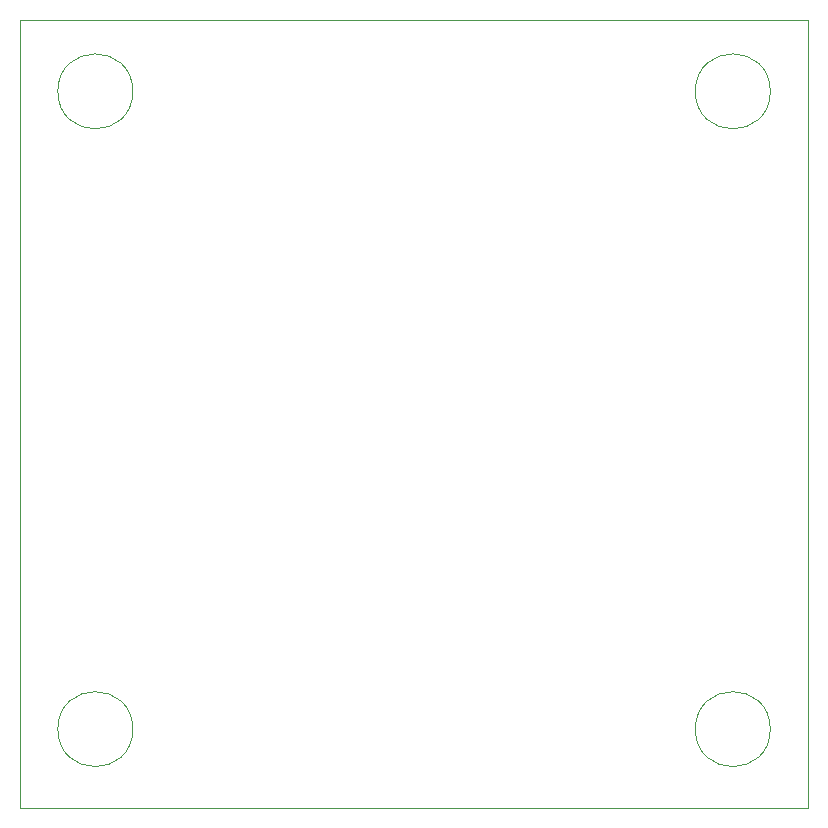
<source format=gbr>
%TF.GenerationSoftware,KiCad,Pcbnew,6.0.11+dfsg-1*%
%TF.CreationDate,2024-01-30T14:39:02+01:00*%
%TF.ProjectId,Langstone-Soundcard,4c616e67-7374-46f6-9e65-2d536f756e64,rev?*%
%TF.SameCoordinates,Original*%
%TF.FileFunction,Profile,NP*%
%FSLAX46Y46*%
G04 Gerber Fmt 4.6, Leading zero omitted, Abs format (unit mm)*
G04 Created by KiCad (PCBNEW 6.0.11+dfsg-1) date 2024-01-30 14:39:02*
%MOMM*%
%LPD*%
G01*
G04 APERTURE LIST*
%TA.AperFunction,Profile*%
%ADD10C,0.100000*%
%TD*%
G04 APERTURE END LIST*
D10*
X155575000Y-60000000D02*
G75*
G03*
X155575000Y-60000000I-3175000J0D01*
G01*
X101600000Y-60000000D02*
G75*
G03*
X101600000Y-60000000I-3175000J0D01*
G01*
X155575000Y-114000000D02*
G75*
G03*
X155575000Y-114000000I-3175000J0D01*
G01*
X92075000Y-53975000D02*
X158750000Y-53975000D01*
X158750000Y-53975000D02*
X158750000Y-120650000D01*
X158750000Y-120650000D02*
X92075000Y-120650000D01*
X92075000Y-120650000D02*
X92075000Y-53975000D01*
X101600000Y-114000000D02*
G75*
G03*
X101600000Y-114000000I-3175000J0D01*
G01*
M02*

</source>
